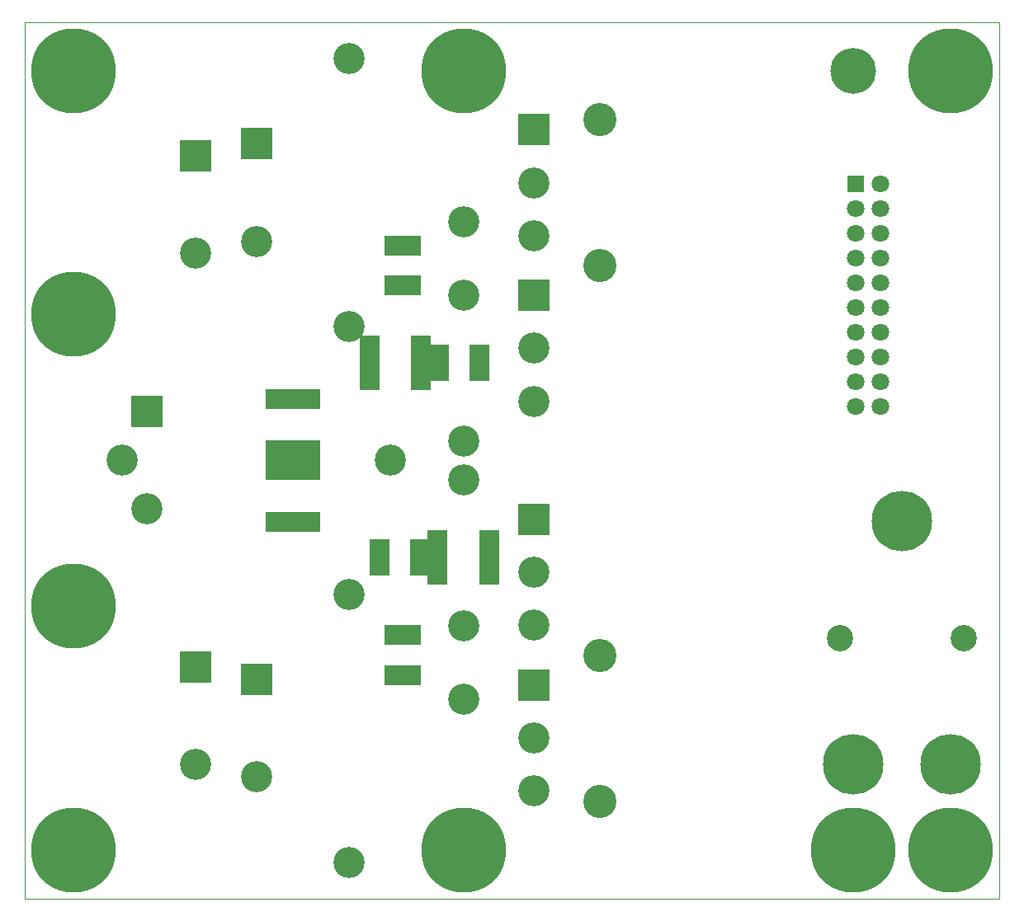
<source format=gbs>
G04 Layer_Color=16711935*
%FSLAX25Y25*%
%MOIN*%
G70*
G01*
G75*
%ADD21C,0.00394*%
%ADD51C,0.24422*%
%ADD52C,0.10642*%
%ADD53C,0.34265*%
%ADD54C,0.18516*%
%ADD55C,0.12611*%
%ADD56R,0.07099X0.07099*%
%ADD57C,0.07099*%
%ADD58C,0.13398*%
%ADD59R,0.12611X0.12611*%
%ADD60C,0.04737*%
%ADD61R,0.22453X0.08280*%
%ADD62R,0.07887X0.14973*%
%ADD63R,0.08280X0.22453*%
%ADD64R,0.14973X0.07887*%
%ADD65C,0.05800*%
D21*
X0Y-177165D02*
X393701D01*
X0D02*
Y177165D01*
X393701Y-177165D02*
Y177165D01*
X0D02*
X393701D01*
D51*
X354330Y-24607D02*
D03*
X374015Y-123032D02*
D03*
X334645D02*
D03*
D52*
X379330Y-71851D02*
D03*
X329330D02*
D03*
D53*
X334646Y-157480D02*
D03*
X374016D02*
D03*
X177165D02*
D03*
Y157480D02*
D03*
X19685Y-157480D02*
D03*
Y157480D02*
D03*
X374016Y157480D02*
D03*
X19685Y59055D02*
D03*
Y-59055D02*
D03*
D54*
X334646Y157480D02*
D03*
D55*
X130905Y-162402D02*
D03*
X130905Y162402D02*
D03*
X205709Y-133661D02*
D03*
Y-112205D02*
D03*
Y112205D02*
D03*
Y90748D02*
D03*
Y23819D02*
D03*
Y45276D02*
D03*
Y-45276D02*
D03*
Y-66732D02*
D03*
X147638Y0D02*
D03*
X39370D02*
D03*
X93504Y88583D02*
D03*
X68898Y83661D02*
D03*
X49213Y-19685D02*
D03*
X68898Y-123031D02*
D03*
X93504Y-127953D02*
D03*
X130905Y54134D02*
D03*
Y-54134D02*
D03*
X177165Y96457D02*
D03*
Y66929D02*
D03*
Y7874D02*
D03*
Y-96457D02*
D03*
Y-66929D02*
D03*
Y-7874D02*
D03*
D56*
X335551Y111929D02*
D03*
D57*
X345551D02*
D03*
X335551Y101929D02*
D03*
X345551D02*
D03*
X335551Y91929D02*
D03*
X345551D02*
D03*
X335551Y81929D02*
D03*
X345551D02*
D03*
X335551Y71929D02*
D03*
X345551D02*
D03*
X335551Y61929D02*
D03*
X345551D02*
D03*
X335551Y51929D02*
D03*
X345551D02*
D03*
X335551Y41929D02*
D03*
X345551D02*
D03*
X335551Y31929D02*
D03*
X345551D02*
D03*
X335551Y21929D02*
D03*
X345551D02*
D03*
D58*
X232283Y-78740D02*
D03*
Y-137795D02*
D03*
Y137795D02*
D03*
Y78740D02*
D03*
D59*
X205709Y-90748D02*
D03*
Y133661D02*
D03*
Y66732D02*
D03*
Y-23819D02*
D03*
X93504Y127953D02*
D03*
X68898Y123031D02*
D03*
X49213Y19685D02*
D03*
X68898Y-83661D02*
D03*
X93504Y-88583D02*
D03*
D60*
X341535Y-145547D02*
D03*
X348425Y-157480D02*
D03*
X346579Y-150591D02*
D03*
Y-164370D02*
D03*
X334646Y-171260D02*
D03*
X341535Y-169414D02*
D03*
X327756D02*
D03*
X320866Y-157480D02*
D03*
X322712Y-164370D02*
D03*
X327756Y-145547D02*
D03*
X334646Y-143701D02*
D03*
X322712Y-150591D02*
D03*
X380906Y-145547D02*
D03*
X387795Y-157480D02*
D03*
X385949Y-150591D02*
D03*
Y-164370D02*
D03*
X374016Y-171260D02*
D03*
X380906Y-169414D02*
D03*
X367126D02*
D03*
X360236Y-157480D02*
D03*
X362082Y-164370D02*
D03*
Y-150591D02*
D03*
X374016Y-143701D02*
D03*
X367126Y-145547D02*
D03*
X165232Y-150591D02*
D03*
X177165Y-143701D02*
D03*
X170276Y-145547D02*
D03*
X165232Y-164370D02*
D03*
X163386Y-157480D02*
D03*
X170276Y-169414D02*
D03*
X184055D02*
D03*
X177165Y-171260D02*
D03*
X189099Y-164370D02*
D03*
Y-150591D02*
D03*
X190945Y-157480D02*
D03*
X184055Y-145547D02*
D03*
X7752Y164370D02*
D03*
X19685Y171260D02*
D03*
X12795Y169414D02*
D03*
X7752Y150591D02*
D03*
X5906Y157480D02*
D03*
X12795Y145547D02*
D03*
X26575D02*
D03*
X19685Y143701D02*
D03*
X31618Y150591D02*
D03*
Y164370D02*
D03*
X33465Y157480D02*
D03*
X26575Y169414D02*
D03*
X165232Y164370D02*
D03*
X177165Y171260D02*
D03*
X170276Y169414D02*
D03*
X165232Y150591D02*
D03*
X163386Y157480D02*
D03*
X170276Y145547D02*
D03*
X184055D02*
D03*
X177165Y143701D02*
D03*
X189099Y150591D02*
D03*
Y164370D02*
D03*
X190945Y157480D02*
D03*
X184055Y169414D02*
D03*
X380906Y169414D02*
D03*
X387795Y157480D02*
D03*
X385949Y164370D02*
D03*
Y150591D02*
D03*
X374016Y143701D02*
D03*
X380906Y145547D02*
D03*
X367126D02*
D03*
X360236Y157480D02*
D03*
X362082Y150591D02*
D03*
X367126Y169414D02*
D03*
X374016Y171260D02*
D03*
X362082Y164370D02*
D03*
X7752Y65945D02*
D03*
X19685Y72835D02*
D03*
X12795Y70989D02*
D03*
X7752Y52165D02*
D03*
X5906Y59055D02*
D03*
X12795Y47122D02*
D03*
X26575D02*
D03*
X19685Y45276D02*
D03*
X31618Y52165D02*
D03*
Y65945D02*
D03*
X33465Y59055D02*
D03*
X26575Y70989D02*
D03*
X7752Y-52165D02*
D03*
X19685Y-45276D02*
D03*
X12795Y-47122D02*
D03*
X7752Y-65945D02*
D03*
X5906Y-59055D02*
D03*
X12795Y-70989D02*
D03*
X26575D02*
D03*
X19685Y-72835D02*
D03*
X31618Y-65945D02*
D03*
Y-52165D02*
D03*
X33465Y-59055D02*
D03*
X26575Y-47122D02*
D03*
D61*
X108268Y-24803D02*
D03*
Y-3937D02*
D03*
Y24803D02*
D03*
Y3937D02*
D03*
D62*
X183465Y39370D02*
D03*
X167323D02*
D03*
X143307Y-39370D02*
D03*
X159449D02*
D03*
D63*
X139173Y39370D02*
D03*
X160039D02*
D03*
X187598Y-39370D02*
D03*
X166732D02*
D03*
D64*
X152559Y70669D02*
D03*
Y86811D02*
D03*
Y-70669D02*
D03*
Y-86811D02*
D03*
D65*
X148622D02*
D03*
X156496D02*
D03*
X160039Y33465D02*
D03*
Y39370D02*
D03*
Y45276D02*
D03*
X148622Y86811D02*
D03*
X156496D02*
D03*
X166732Y-45276D02*
D03*
Y-39370D02*
D03*
Y-33465D02*
D03*
X114173Y-3937D02*
D03*
X102362D02*
D03*
Y3937D02*
D03*
X114173D02*
D03*
X167323Y35433D02*
D03*
Y43307D02*
D03*
X159449Y-35433D02*
D03*
Y-43307D02*
D03*
X108268Y-3937D02*
D03*
Y3937D02*
D03*
M02*

</source>
